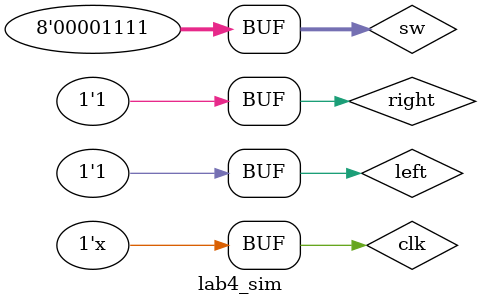
<source format=v>
`timescale 1ns / 1ps


module lab4_sim(

    );
    reg clk;
    reg left;
    reg right;
    reg [7:0] sw;
    wire [7:0] led;
initial
begin 
    clk=0;    
    left=1;
    right=1;
    sw=8'h0f;
end
always #1 clk<=~clk;

lab4 mylab4(
    .clk(clk),
    .left(left),
   .right(right),
   .sw(sw),
   .led(led)
    );
    
    
endmodule

</source>
